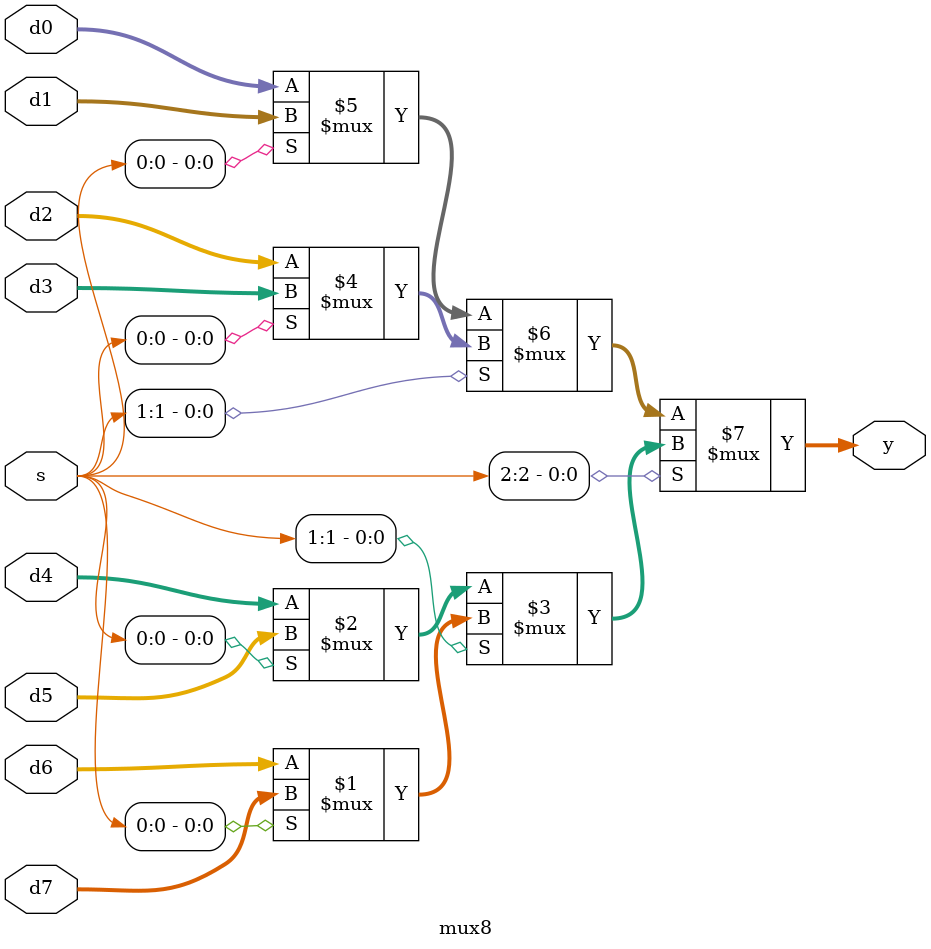
<source format=v>
module mux8 #(parameter width = 32)(
	input [width-1:0] d0, d1, d2, d3, d4, d5, d6, d7, 
	input [2:0] s, 
	output [width-1:0] y
);

	assign y = s[2] ? (s[1] ? (s[0] ? d7 : d6) : (s[0] ? d5 : d4)) :
							(s[1] ? (s[0] ? d3 : d2) : (s[0] ? d1 : d0));
endmodule

</source>
